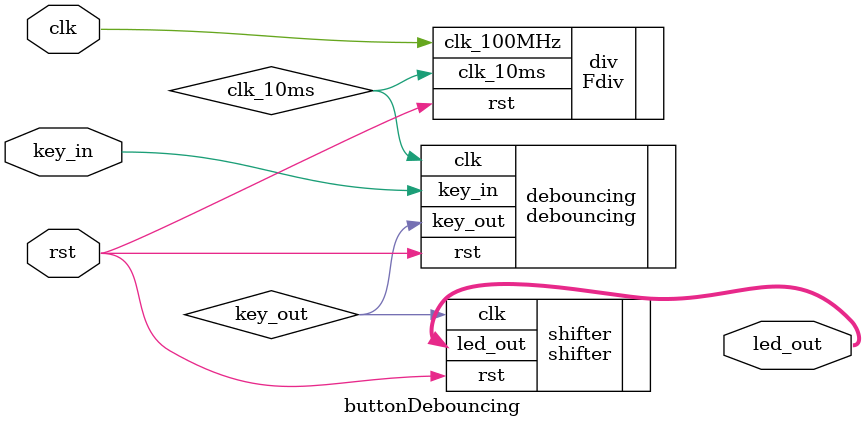
<source format=v>
`timescale 1ns / 1ps


module buttonDebouncing(
        input rst,
        input clk,
        input key_in,
        output [7:0] led_out
    );
    wire clk_10ms;
    wire key_out;

    Fdiv div(
        .rst(rst),
        .clk_100MHz(clk),
        .clk_10ms(clk_10ms)
    );

    debouncing debouncing(
        .clk(clk_10ms),
        .rst(rst),
        .key_in(key_in),
        .key_out(key_out)
    );

    shifter shifter(
        .rst(rst),
        .clk(key_out),
        .led_out(led_out)
    );

endmodule

</source>
